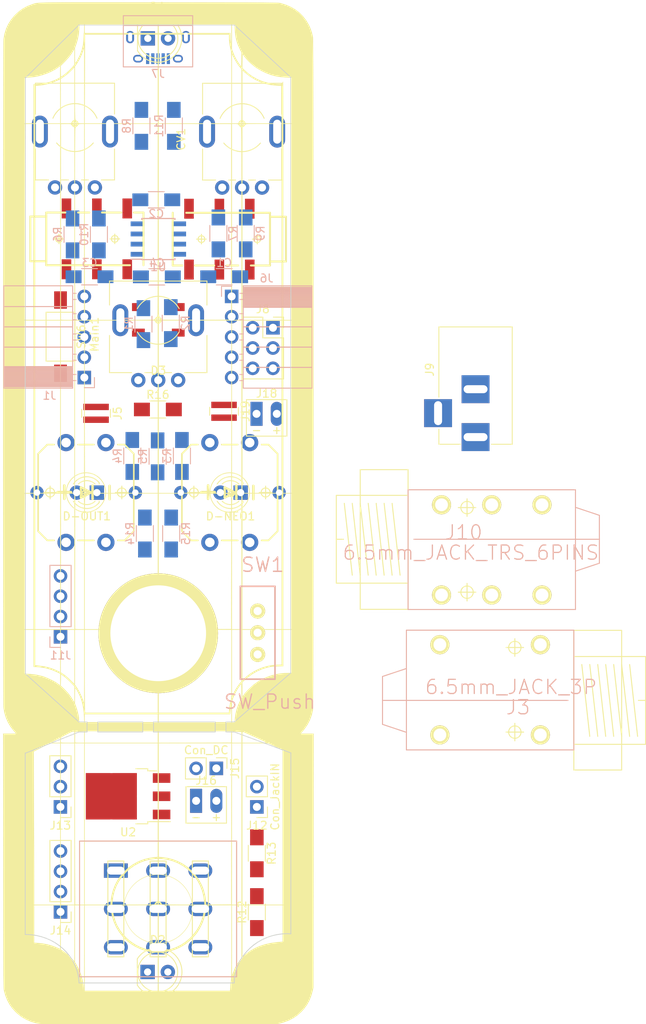
<source format=kicad_pcb>
(kicad_pcb (version 4) (host pcbnew 4.0.7-e0-6372~58~ubuntu16.04.1)
  (layers (0 F.Cu signal) (31 B.Cu signal) (34 B.Paste user) (35 F.Paste user) (36 B.SilkS user) (37 F.SilkS user) (38 B.Mask user) (39 F.Mask user) (44 Edge.Cuts user))
  (net 0 "")
  (net 1 VCC)
  (net 2 GND)
  (net 3 CV_OUT)
  (net 4 CV_IN)
  (net 5 Sound_OUT)
  (net 6 Sync_OUT)
  (net 7 "Net-(J5-Pad1)")
  (net 8 "Net-(D1-Pad1)")
  (net 9 "Net-(SW5-Pad3)")
  (net 10 "Net-(D-NEO1-Pad2)")
  (net 11 "Net-(D-OUT1-Pad2)")
  (net 12 "Net-(D2-Pad1)")
  (net 13 "Net-(R12-Pad1)")
  (net 14 "Net-(R13-Pad1)")
  (net 15 PB3)
  (net 16 Sound_IN)
  (net 17 PB0)
  (net 18 AudioProg)
  (net 19 But-L)
  (net 20 But-R)
  (net 21 PB4/A2)
  (net 22 PB2/A1)
  (net 23 PB1)
  (net 24 +BATT)
  (net 25 Jack_IN)
  (net 26 Stomp_to_PCB)
  (net 27 Stomp_from_PCB)
  (net 28 DC_in)
  (net 29 Jack_OUT)
  (net 30 Jack_Ring)
  (net 31 +3V3)
  (net 32 "Net-(CV1-Pad2)")
  (net 33 "Net-(Main1-Pad2)")
  (net 34 "Net-(Main1-Pad1)")
  (net 35 "Net-(D3-Pad4)")
  (module 8BitMixtape_Stomp:Socket_Strip_Straight_1x02_Pitch2.54mm (layer F.Cu) (at 84.582 136.652 180)
    (fp_text reference J12 (at 0 -2.33 180) (layer F.SilkS))
    (fp_text value Con_JackIN (at -2.286 1.27 270) (layer F.SilkS))
    (pad 1 thru_hole rect (at 0 0 180) (size 1.7 1.7) (drill 1) (layers *.Cu *.Mask) (net 2 GND))
    (pad 2 thru_hole oval (at 0 2.54 180) (size 1.7 1.7) (drill 1) (layers *.Cu *.Mask) (net 25 Jack_IN))
  )
  (module 8BitMixtape_Stomp:9V_BARREL_JACK (layer F.Cu) (at 112.014 90.328 270)
    (fp_text reference J9 (at -8.45 5.75 450) (layer F.SilkS))
    (fp_text value BARREL_JACK)
    (pad 1 thru_hole rect (at 0 0 270) (size 3.5 3.5) (drill oval 1 3) (layers *.Cu *.Mask) (net 28 DC_in))
    (pad 2 thru_hole rect (at -6 0 270) (size 3.5 3.5) (drill oval 1 3) (layers *.Cu *.Mask) (net 2 GND))
    (pad 3 thru_hole rect (at -3 4.7 270) (size 3.5 3.5) (drill oval 3 1) (layers *.Cu *.Mask) (net 24 +BATT))
  )
  (module 8BitMixtape_Stomp:AUDIO-6.5mm-JACK_Mono_switched (layer F.Cu) (at 124.34062 123.28144 180)
    (fp_text reference J3 (at 6.985 -0.889 180) (layer B.SilkS) (effects (font (size 1.778 1.778) (thickness 0.1524))))
    (fp_text value 6.5mm_JACK_3P (at 7.874 1.651 180) (layer B.SilkS) (effects (font (size 1.778 1.778) (thickness 0.1524))))
    (pad 4 thru_hole circle (at 4.19862 6.94944 180) (size 2.39776 2.39776) (drill 1.59766) (layers *.Cu F.Paste F.SilkS F.Mask))
    (pad 3 thru_hole circle (at 4.19862 -4.34848 180) (size 2.39776 2.39776) (drill 1.59766) (layers *.Cu F.Paste F.SilkS F.Mask) (net 2 GND))
    (pad 2 thru_hole circle (at 16.79956 6.94944 180) (size 2.39776 2.39776) (drill 1.59766) (layers *.Cu F.Paste F.SilkS F.Mask))
    (pad 1 thru_hole circle (at 16.79956 -4.34848 180) (size 2.39776 2.39776) (drill 1.59766) (layers *.Cu F.Paste F.SilkS F.Mask) (net 25 Jack_IN))
  )
  (module 8BitMixtape_Stomp:AUDIO-6.5mm-JACK_Stereo_switched (layer F.Cu) (at 103.54818 103.15448)
    (fp_text reference J10 (at 6.985 -0.889) (layer B.SilkS) (effects (font (size 1.778 1.778) (thickness 0.1524))))
    (fp_text value 6.5mm_JACK_TRS_6PINS (at 7.874 1.651) (layer B.SilkS) (effects (font (size 1.778 1.778) (thickness 0.1524))))
    (pad 6 thru_hole circle (at 10.49782 6.94944) (size 2.39776 2.39776) (drill 1.59766) (layers *.Cu F.Paste F.SilkS F.Mask))
    (pad 3 thru_hole circle (at 10.49782 -4.34848) (size 2.39776 2.39776) (drill 1.59766) (layers *.Cu F.Paste F.SilkS F.Mask) (net 30 Jack_Ring))
    (pad 4 thru_hole circle (at 4.19862 6.94944) (size 2.39776 2.39776) (drill 1.59766) (layers *.Cu F.Paste F.SilkS F.Mask))
    (pad 1 thru_hole circle (at 4.19862 -4.34848) (size 2.39776 2.39776) (drill 1.59766) (layers *.Cu F.Paste F.SilkS F.Mask) (net 2 GND))
    (pad 5 thru_hole circle (at 16.79956 6.94944) (size 2.39776 2.39776) (drill 1.59766) (layers *.Cu F.Paste F.SilkS F.Mask))
    (pad 2 thru_hole circle (at 16.79956 -4.34848) (size 2.39776 2.39776) (drill 1.59766) (layers *.Cu F.Paste F.SilkS F.Mask) (net 29 Jack_OUT))
  )
  (module 8BitMixtape_Stomp:Socket_Strip_Straight_1x02_Pitch2.54mm (layer F.Cu) (at 79.502 131.826 270)
    (fp_text reference J15 (at 0 -2.33 270) (layer F.SilkS))
    (fp_text value Con_DC (at -2.286 1.27 360) (layer F.SilkS))
    (pad 1 thru_hole rect (at 0 0 270) (size 1.7 1.7) (drill 1) (layers *.Cu *.Mask) (net 2 GND))
    (pad 2 thru_hole oval (at 0 2.54 270) (size 1.7 1.7) (drill 1) (layers *.Cu *.Mask) (net 28 DC_in))
  )
  (module 8BitMixtape_Stomp:Socket_Strip_Straight_2x03_Pitch2.54mm (layer F.Cu) (at 86.6013 76.6318)
    (fp_text reference J8 (at -1.27 -2.33) (layer F.SilkS))
    (fp_text value CONN_02X03)
    (pad 1 thru_hole rect (at 0 0) (size 1.7 1.7) (drill 1) (layers *.Cu *.Mask))
    (pad 2 thru_hole oval (at -2.54 0) (size 1.7 1.7) (drill 1) (layers *.Cu *.Mask))
    (pad 3 thru_hole oval (at 0 2.54) (size 1.7 1.7) (drill 1) (layers *.Cu *.Mask))
    (pad 4 thru_hole oval (at -2.54 2.54) (size 1.7 1.7) (drill 1) (layers *.Cu *.Mask))
    (pad 5 thru_hole oval (at 0 5.08) (size 1.7 1.7) (drill 1) (layers *.Cu *.Mask))
    (pad 6 thru_hole oval (at -2.54 5.08) (size 1.7 1.7) (drill 1) (layers *.Cu *.Mask))
  )
  (module 8BitMixtape_Stomp:StompLoch (layer F.Cu) (at 72.2122 114.8969)
    (fp_text reference J17 (at 0 2.54) (layer F.SilkS))
    (fp_text value StompDrillHole)
    (pad 1 thru_hole circle (at 0 0) (size 15 15) (drill 12) (layers *.Cu *.Mask F.SilkS))
  )
  (module 8BitMixtape_Stomp:Socket_Strip_Straight_1x04_Pitch2.54mm (layer F.Cu) (at 59.9567 149.7965 180)
    (fp_text reference J14 (at 0 -2.33 180) (layer F.SilkS))
    (fp_text value CONN_01X04)
    (pad 1 thru_hole rect (at 0 0 180) (size 1.7 1.7) (drill 1) (layers *.Cu *.Mask) (net 2 GND))
    (pad 2 thru_hole oval (at 0 2.54 180) (size 1.7 1.7) (drill 1) (layers *.Cu *.Mask))
    (pad 3 thru_hole oval (at 0 5.08 180) (size 1.7 1.7) (drill 1) (layers *.Cu *.Mask) (net 26 Stomp_to_PCB))
    (pad 4 thru_hole oval (at 0 7.62 180) (size 1.7 1.7) (drill 1) (layers *.Cu *.Mask) (net 27 Stomp_from_PCB))
  )
  (module Socket_Strips:Socket_Strip_Straight_1x04_Pitch2.54mm (layer B.Cu) (at 59.9567 115.3414)
    (fp_text reference J11 (at 0 2.33) (layer B.SilkS) (effects (justify mirror)))
    (fp_text value CONN_01X04)
    (pad 1 thru_hole rect (at 0 0) (size 1.7 1.7) (drill 1) (layers *.Cu *.Mask) (net 2 GND))
    (pad 2 thru_hole oval (at 0 -2.54) (size 1.7 1.7) (drill 1) (layers *.Cu *.Mask) (net 1 VCC))
    (pad 3 thru_hole oval (at 0 -5.08) (size 1.7 1.7) (drill 1) (layers *.Cu *.Mask) (net 16 Sound_IN))
    (pad 4 thru_hole oval (at 0 -7.62) (size 1.7 1.7) (drill 1) (layers *.Cu *.Mask) (net 5 Sound_OUT))
  )
  (module 8BitMixtapes_all:TACTILE-PTH-LED-12MM (layer F.Cu) (at 63.14948 97.26676 90)
    (fp_text reference SW3)
    (fp_text value SW_Push)
    (fp_text user + (at 0.04318 -2.87782 90) (layer F.SilkS) (effects (font (size 2.18186 2.18186) (thickness 0.3302))))
    (fp_text user - (at -0.00762 2.79908 90) (layer F.SilkS) (effects (font (size 2.18186 2.18186) (thickness 0.3302))))
    (fp_text user - (at 0.04318 0.66548 90) (layer F.SilkS) (effects (font (size 2.18186 2.18186) (thickness 0.3302))))
    (pad 1 thru_hole circle (at -6.2484 -2.49936 90) (size 2.159 2.159) (drill 1.19888) (layers *.Cu *.Mask) (net 20 But-R))
    (pad 1 thru_hole circle (at 6.2484 -2.49936 90) (size 2.159 2.159) (drill 1.19888) (layers *.Cu *.Mask) (net 20 But-R))
    (pad 2 thru_hole circle (at -6.2484 2.49936 90) (size 2.159 2.159) (drill 1.19888) (layers *.Cu *.Mask) (net 2 GND))
    (pad 2 thru_hole circle (at 6.2484 2.49936 90) (size 2.159 2.159) (drill 1.19888) (layers *.Cu *.Mask) (net 2 GND))
    (pad A thru_hole circle (at -0.01524 -6.13918 90) (size 1.6764 1.6764) (drill 0.79756) (layers *.Cu *.Mask))
    (pad C thru_hole circle (at -0.01524 6.19252 90) (size 1.6764 1.6764) (drill 0.79756) (layers *.Cu *.Mask))
  )
  (module 8BitMixtapes_all:TACTILE-PTH-LED-12MM (layer F.Cu) (at 81.18348 97.26676 90)
    (fp_text reference SW2)
    (fp_text value SW_Push)
    (fp_text user + (at 0.04318 -2.87782 90) (layer F.SilkS) (effects (font (size 2.18186 2.18186) (thickness 0.3302))))
    (fp_text user - (at -0.00762 2.79908 90) (layer F.SilkS) (effects (font (size 2.18186 2.18186) (thickness 0.3302))))
    (fp_text user - (at 0.04318 0.66548 90) (layer F.SilkS) (effects (font (size 2.18186 2.18186) (thickness 0.3302))))
    (pad 1 thru_hole circle (at -6.2484 -2.49936 90) (size 2.159 2.159) (drill 1.19888) (layers *.Cu *.Mask) (net 19 But-L))
    (pad 1 thru_hole circle (at 6.2484 -2.49936 90) (size 2.159 2.159) (drill 1.19888) (layers *.Cu *.Mask) (net 19 But-L))
    (pad 2 thru_hole circle (at -6.2484 2.49936 90) (size 2.159 2.159) (drill 1.19888) (layers *.Cu *.Mask) (net 2 GND))
    (pad 2 thru_hole circle (at 6.2484 2.49936 90) (size 2.159 2.159) (drill 1.19888) (layers *.Cu *.Mask) (net 2 GND))
    (pad A thru_hole circle (at -0.01524 -6.13918 90) (size 1.6764 1.6764) (drill 0.79756) (layers *.Cu *.Mask))
    (pad C thru_hole circle (at -0.01524 6.19252 90) (size 1.6764 1.6764) (drill 0.79756) (layers *.Cu *.Mask))
  )
  (module Resistors_SMD:R_0612 (layer F.Cu) (at 64.4144 87.3507 270)
    (fp_text reference J5 (at 0 -2.7 270) (layer F.SilkS))
    (fp_text value CONN_01X02_MALE)
    (pad 1 smd rect (at -0.8 0 270) (size 0.8 3.2) (layers F.Cu F.Paste F.Mask) (net 7 "Net-(J5-Pad1)"))
    (pad 2 smd rect (at 0.8 0 270) (size 0.8 3.2) (layers F.Cu F.Paste F.Mask) (net 6 Sync_OUT))
  )
  (module LEDs:LED_D3.0mm (layer F.Cu) (at 64.516 97.282 180)
    (fp_text reference D-OUT1 (at 1.27 -2.96 180) (layer F.SilkS))
    (fp_text value LED)
    (pad 1 thru_hole rect (at 0 0 180) (size 1.8 1.8) (drill 0.9) (layers *.Cu *.Mask) (net 2 GND))
    (pad 2 thru_hole circle (at 2.54 0 180) (size 1.8 1.8) (drill 0.9) (layers *.Cu *.Mask) (net 11 "Net-(D-OUT1-Pad2)"))
  )
  (module LEDs:LED_D3.0mm (layer F.Cu) (at 82.55 97.282 180)
    (fp_text reference D-NEO1 (at 1.27 -2.96 180) (layer F.SilkS))
    (fp_text value LED)
    (pad 1 thru_hole rect (at 0 0 180) (size 1.8 1.8) (drill 0.9) (layers *.Cu *.Mask) (net 2 GND))
    (pad 2 thru_hole circle (at 2.54 0 180) (size 1.8 1.8) (drill 0.9) (layers *.Cu *.Mask) (net 10 "Net-(D-NEO1-Pad2)"))
  )
  (module Buttons_Switches_SMD:SW_SPST_FSMSM (layer F.Cu) (at 59.9567 77.7494 270)
    (fp_text reference SW6 (at 0 -2.6 270) (layer F.SilkS))
    (fp_text value SW_Push)
    (pad 1 smd rect (at -4.59 0 270) (size 2.18 1.6) (layers F.Cu F.Paste F.Mask) (net 7 "Net-(J5-Pad1)"))
    (pad 2 smd rect (at 4.59 0 270) (size 2.18 1.6) (layers F.Cu F.Paste F.Mask) (net 2 GND))
  )
  (module Resistors_SMD:R_1206_HandSoldering (layer B.Cu) (at 74.168 51.34 270)
    (fp_text reference R11 (at 0 1.85 270) (layer B.SilkS) (effects (justify mirror)))
    (fp_text value 1K)
    (pad 1 smd rect (at -2 0 270) (size 2 1.7) (layers B.Cu B.Paste B.Mask) (net 8 "Net-(D1-Pad1)"))
    (pad 2 smd rect (at 2 0 270) (size 2 1.7) (layers B.Cu B.Paste B.Mask) (net 2 GND))
  )
  (module LEDs:LED_D5.0mm (layer F.Cu) (at 70.9041 40.386)
    (fp_text reference D1 (at 1.27 -3.96) (layer F.SilkS))
    (fp_text value LED)
    (pad 1 thru_hole rect (at 0 0) (size 1.8 1.8) (drill 0.9) (layers *.Cu *.Mask) (net 8 "Net-(D1-Pad1)"))
    (pad 2 thru_hole circle (at 2.54 0) (size 1.8 1.8) (drill 0.9) (layers *.Cu *.Mask) (net 1 VCC))
  )
  (module TO_SOT_Packages_SMD:TO-252-3_TabPin2 (layer F.Cu) (at 68.4335 135.3175 180)
    (fp_text reference U2 (at 0 -4.5 180) (layer F.SilkS))
    (fp_text value 7805)
    (pad 1 smd rect (at -4.2 -2.28 180) (size 2.2 1.2) (layers F.Cu F.Paste F.Mask))
    (pad 2 smd rect (at -4.2 0 180) (size 2.2 1.2) (layers F.Cu F.Paste F.Mask))
    (pad 3 smd rect (at -4.2 2.28 180) (size 2.2 1.2) (layers F.Cu F.Paste F.Mask))
    (pad 2 smd rect (at 2.1 0 180) (size 6.4 5.8) (layers F.Cu F.Mask))
    (pad 2 smd rect (at 3.775 1.525 180) (size 3.05 2.75) (layers F.Cu F.Paste))
    (pad 2 smd rect (at 0.425 -1.525 180) (size 3.05 2.75) (layers F.Cu F.Paste))
    (pad 2 smd rect (at 3.775 -1.525 180) (size 3.05 2.75) (layers F.Cu F.Paste))
    (pad 2 smd rect (at 0.425 1.525 180) (size 3.05 2.75) (layers F.Cu F.Paste))
  )
  (module Connectors:USB_Micro-B (layer B.Cu) (at 72.185 41.576)
    (fp_text reference J7 (at 0 3.24) (layer B.SilkS) (effects (justify mirror)))
    (fp_text value USB_OTG)
    (pad 1 smd rect (at -1.3 1.35 270) (size 1.35 0.4) (layers B.Cu B.Paste B.Mask) (net 1 VCC))
    (pad 2 smd rect (at -0.65 1.35 270) (size 1.35 0.4) (layers B.Cu B.Paste B.Mask))
    (pad 3 smd rect (at 0 1.35 270) (size 1.35 0.4) (layers B.Cu B.Paste B.Mask))
    (pad 4 smd rect (at 0.65 1.35 270) (size 1.35 0.4) (layers B.Cu B.Paste B.Mask))
    (pad 5 smd rect (at 1.3 1.35 270) (size 1.35 0.4) (layers B.Cu B.Paste B.Mask) (net 2 GND))
    (pad 6 thru_hole oval (at -2.5 1.35 270) (size 0.95 1.25) (drill oval 0.55 0.85) (layers *.Cu *.Mask) (net 2 GND))
    (pad 6 thru_hole oval (at 2.5 1.35 270) (size 0.95 1.25) (drill oval 0.55 0.85) (layers *.Cu *.Mask) (net 2 GND))
    (pad 6 thru_hole oval (at -3.5 -1.35 270) (size 1.55 1) (drill oval 1.15 0.5) (layers *.Cu *.Mask) (net 2 GND))
    (pad 6 thru_hole oval (at 3.5 -1.35 270) (size 1.55 1) (drill oval 1.15 0.5) (layers *.Cu *.Mask) (net 2 GND))
  )
  (module Resistors_SMD:R_1206_HandSoldering (layer B.Cu) (at 73.8378 102.4067 90)
    (fp_text reference R15 (at 0 1.85 90) (layer B.SilkS) (effects (justify mirror)))
    (fp_text value 1K)
    (pad 1 smd rect (at -2 0 90) (size 2 1.7) (layers B.Cu B.Paste B.Mask) (net 10 "Net-(D-NEO1-Pad2)"))
    (pad 2 smd rect (at 2 0 90) (size 2 1.7) (layers B.Cu B.Paste B.Mask) (net 17 PB0))
  )
  (module Resistors_SMD:R_1206_HandSoldering (layer B.Cu) (at 70.5358 102.4067 270)
    (fp_text reference R14 (at 0 1.85 270) (layer B.SilkS) (effects (justify mirror)))
    (fp_text value 1K)
    (pad 1 smd rect (at -2 0 270) (size 2 1.7) (layers B.Cu B.Paste B.Mask) (net 23 PB1))
    (pad 2 smd rect (at 2 0 270) (size 2 1.7) (layers B.Cu B.Paste B.Mask) (net 11 "Net-(D-OUT1-Pad2)"))
  )
  (module Resistors_SMD:R_1206_HandSoldering (layer F.Cu) (at 84.582 142.462 270)
    (fp_text reference R13 (at 0 -1.85 270) (layer F.SilkS))
    (fp_text value 330)
    (pad 1 smd rect (at -2 0 270) (size 2 1.7) (layers F.Cu F.Paste F.Mask) (net 14 "Net-(R13-Pad1)"))
    (pad 2 smd rect (at 2 0 270) (size 2 1.7) (layers F.Cu F.Paste F.Mask) (net 2 GND))
  )
  (module Resistors_SMD:R_1206_HandSoldering (layer F.Cu) (at 84.582 149.828 90)
    (fp_text reference R12 (at 0 -1.85 90) (layer F.SilkS))
    (fp_text value 4.7K)
    (pad 1 smd rect (at -2 0 90) (size 2 1.7) (layers F.Cu F.Paste F.Mask) (net 13 "Net-(R12-Pad1)"))
    (pad 2 smd rect (at 2 0 90) (size 2 1.7) (layers F.Cu F.Paste F.Mask) (net 2 GND))
  )
  (module Socket_Strips:Socket_Strip_Angled_1x05_Pitch2.54mm (layer B.Cu) (at 81.4197 72.7075 180)
    (fp_text reference J6 (at -4.38 2.27 180) (layer B.SilkS) (effects (justify mirror)))
    (fp_text value CONN_01X05)
    (pad 1 thru_hole rect (at 0 0 180) (size 1.7 1.7) (drill 1) (layers *.Cu *.Mask))
    (pad 2 thru_hole oval (at 0 -2.54 180) (size 1.7 1.7) (drill 1) (layers *.Cu *.Mask))
    (pad 3 thru_hole oval (at 0 -5.08 180) (size 1.7 1.7) (drill 1) (layers *.Cu *.Mask))
    (pad 4 thru_hole oval (at 0 -7.62 180) (size 1.7 1.7) (drill 1) (layers *.Cu *.Mask))
    (pad 5 thru_hole oval (at 0 -10.16 180) (size 1.7 1.7) (drill 1) (layers *.Cu *.Mask))
  )
  (module Socket_Strips:Socket_Strip_Angled_1x05_Pitch2.54mm (layer B.Cu) (at 62.9412 82.8675)
    (fp_text reference J1 (at -4.38 2.27) (layer B.SilkS) (effects (justify mirror)))
    (fp_text value CONN_01X05)
    (pad 1 thru_hole rect (at 0 0) (size 1.7 1.7) (drill 1) (layers *.Cu *.Mask) (net 2 GND))
    (pad 2 thru_hole oval (at 0 -2.54) (size 1.7 1.7) (drill 1) (layers *.Cu *.Mask) (net 1 VCC))
    (pad 3 thru_hole oval (at 0 -5.08) (size 1.7 1.7) (drill 1) (layers *.Cu *.Mask) (net 4 CV_IN))
    (pad 4 thru_hole oval (at 0 -7.62) (size 1.7 1.7) (drill 1) (layers *.Cu *.Mask))
    (pad 5 thru_hole oval (at 0 -10.16) (size 1.7 1.7) (drill 1) (layers *.Cu *.Mask))
  )
  (module LEDs:LED_D5.0mm_FlatTop (layer F.Cu) (at 70.8787 157.3276)
    (fp_text reference D2 (at 1.27 -4.01) (layer F.SilkS))
    (fp_text value LED)
    (pad 1 thru_hole rect (at 0 0) (size 1.8 1.8) (drill 0.9) (layers *.Cu *.Mask) (net 12 "Net-(D2-Pad1)"))
    (pad 2 thru_hole circle (at 2.54 0) (size 1.8 1.8) (drill 0.9) (layers *.Cu *.Mask) (net 1 VCC))
  )
  (module 8BitMixtapes_all:AUDIO-JACK-TRS-SMD (layer F.Cu) (at 58.166 65.4987)
    (fp_text reference J4)
    (fp_text value JACK_TRS_6PINS)
    (pad 1 smd rect (at 2.54 -3.81) (size 1.19888 2.49936) (layers F.Cu F.Paste F.Mask) (net 2 GND))
    (pad 3 smd rect (at 6.35 -3.81) (size 1.19888 2.49936) (layers F.Cu F.Paste F.Mask) (net 6 Sync_OUT))
    (pad 2 smd rect (at 10.16 -3.81) (size 1.19888 2.49936) (layers F.Cu F.Paste F.Mask) (net 5 Sound_OUT))
    (pad R smd rect (at 6.35 3.81) (size 1.19888 2.49936) (layers F.Cu F.Paste F.Mask))
    (pad S smd rect (at 2.54 3.81) (size 1.19888 2.49936) (layers F.Cu F.Paste F.Mask))
    (pad T smd rect (at 10.16 3.81) (size 1.19888 2.49936) (layers F.Cu F.Paste F.Mask))
  )
  (module 8BitMixtapes_all:AUDIO-JACK-TRS-SMD (layer F.Cu) (at 86.233 65.532 180)
    (fp_text reference J2)
    (fp_text value JACK_TRS_6PINS)
    (pad 1 smd rect (at 2.54 -3.81 180) (size 1.19888 2.49936) (layers F.Cu F.Paste F.Mask) (net 2 GND))
    (pad 3 smd rect (at 6.35 -3.81 180) (size 1.19888 2.49936) (layers F.Cu F.Paste F.Mask) (net 18 AudioProg))
    (pad 2 smd rect (at 10.16 -3.81 180) (size 1.19888 2.49936) (layers F.Cu F.Paste F.Mask) (net 4 CV_IN))
    (pad R smd rect (at 6.35 3.81 180) (size 1.19888 2.49936) (layers F.Cu F.Paste F.Mask))
    (pad S smd rect (at 2.54 3.81 180) (size 1.19888 2.49936) (layers F.Cu F.Paste F.Mask))
    (pad T smd rect (at 10.16 3.81 180) (size 1.19888 2.49936) (layers F.Cu F.Paste F.Mask))
  )
  (module Housings_SOIC:SOIC-8_3.9x4.9mm_Pitch1.27mm (layer B.Cu) (at 72.23 65.5207)
    (fp_text reference U1 (at 0 3.5) (layer B.SilkS) (effects (justify mirror)))
    (fp_text value ATTINY85-20SU)
    (pad 1 smd rect (at -2.7 1.905) (size 1.55 0.6) (layers B.Cu B.Paste B.Mask) (net 7 "Net-(J5-Pad1)"))
    (pad 2 smd rect (at -2.7 0.635) (size 1.55 0.6) (layers B.Cu B.Paste B.Mask) (net 15 PB3))
    (pad 3 smd rect (at -2.7 -0.635) (size 1.55 0.6) (layers B.Cu B.Paste B.Mask) (net 21 PB4/A2))
    (pad 4 smd rect (at -2.7 -1.905) (size 1.55 0.6) (layers B.Cu B.Paste B.Mask) (net 2 GND))
    (pad 5 smd rect (at 2.7 -1.905) (size 1.55 0.6) (layers B.Cu B.Paste B.Mask) (net 17 PB0))
    (pad 6 smd rect (at 2.7 -0.635) (size 1.55 0.6) (layers B.Cu B.Paste B.Mask) (net 23 PB1))
    (pad 7 smd rect (at 2.7 0.635) (size 1.55 0.6) (layers B.Cu B.Paste B.Mask) (net 22 PB2/A1))
    (pad 8 smd rect (at 2.7 1.905) (size 1.55 0.6) (layers B.Cu B.Paste B.Mask) (net 1 VCC))
  )
  (module Resistors_SMD:R_1206_HandSoldering (layer B.Cu) (at 64.77 64.9417 270)
    (fp_text reference R10 (at 0 1.85 270) (layer B.SilkS) (effects (justify mirror)))
    (fp_text value 4.7K)
    (pad 1 smd rect (at -2 0 270) (size 2 1.7) (layers B.Cu B.Paste B.Mask) (net 1 VCC))
    (pad 2 smd rect (at 2 0 270) (size 2 1.7) (layers B.Cu B.Paste B.Mask) (net 34 "Net-(Main1-Pad1)"))
  )
  (module Resistors_SMD:R_1206_HandSoldering (layer B.Cu) (at 83.185 64.8147 90)
    (fp_text reference R9 (at 0 1.85 90) (layer B.SilkS) (effects (justify mirror)))
    (fp_text value 4.7K)
    (pad 1 smd rect (at -2 0 90) (size 2 1.7) (layers B.Cu B.Paste B.Mask) (net 1 VCC))
    (pad 2 smd rect (at 2 0 90) (size 2 1.7) (layers B.Cu B.Paste B.Mask) (net 16 Sound_IN))
  )
  (module Resistors_SMD:R_1206_HandSoldering (layer B.Cu) (at 70.104 51.34 270)
    (fp_text reference R8 (at 0 1.85 270) (layer B.SilkS) (effects (justify mirror)))
    (fp_text value 330)
    (pad 1 smd rect (at -2 0 270) (size 2 1.7) (layers B.Cu B.Paste B.Mask) (net 3 CV_OUT))
    (pad 2 smd rect (at 2 0 270) (size 2 1.7) (layers B.Cu B.Paste B.Mask) (net 23 PB1))
  )
  (module Resistors_SMD:R_1206_HandSoldering (layer B.Cu) (at 79.756 64.8147 90)
    (fp_text reference R7 (at 0 1.85 90) (layer B.SilkS) (effects (justify mirror)))
    (fp_text value 22K)
    (pad 1 smd rect (at -2 0 90) (size 2 1.7) (layers B.Cu B.Paste B.Mask) (net 22 PB2/A1))
    (pad 2 smd rect (at 2 0 90) (size 2 1.7) (layers B.Cu B.Paste B.Mask) (net 32 "Net-(CV1-Pad2)"))
  )
  (module Resistors_SMD:R_1206_HandSoldering (layer B.Cu) (at 61.468 64.9417 270)
    (fp_text reference R6 (at 0 1.85 270) (layer B.SilkS) (effects (justify mirror)))
    (fp_text value 22K)
    (pad 1 smd rect (at -2 0 270) (size 2 1.7) (layers B.Cu B.Paste B.Mask) (net 21 PB4/A2))
    (pad 2 smd rect (at 2 0 270) (size 2 1.7) (layers B.Cu B.Paste B.Mask) (net 33 "Net-(Main1-Pad2)"))
  )
  (module Resistors_SMD:R_1206_HandSoldering (layer B.Cu) (at 72.136 92.742 270)
    (fp_text reference R5 (at 0 1.85 270) (layer B.SilkS) (effects (justify mirror)))
    (fp_text value 22k)
    (pad 1 smd rect (at -2 0 270) (size 2 1.7) (layers B.Cu B.Paste B.Mask) (net 15 PB3))
    (pad 2 smd rect (at 2 0 270) (size 2 1.7) (layers B.Cu B.Paste B.Mask) (net 20 But-R))
  )
  (module Resistors_SMD:R_1206_HandSoldering (layer B.Cu) (at 68.961 92.6907 270)
    (fp_text reference R4 (at 0 1.85 270) (layer B.SilkS) (effects (justify mirror)))
    (fp_text value 22k)
    (pad 1 smd rect (at -2 0 270) (size 2 1.7) (layers B.Cu B.Paste B.Mask) (net 15 PB3))
    (pad 2 smd rect (at 2 0 270) (size 2 1.7) (layers B.Cu B.Paste B.Mask) (net 20 But-R))
  )
  (module Resistors_SMD:R_1206_HandSoldering (layer B.Cu) (at 75.184 92.6907 270)
    (fp_text reference R3 (at 0 1.85 270) (layer B.SilkS) (effects (justify mirror)))
    (fp_text value 22k)
    (pad 1 smd rect (at -2 0 270) (size 2 1.7) (layers B.Cu B.Paste B.Mask) (net 15 PB3))
    (pad 2 smd rect (at 2 0 270) (size 2 1.7) (layers B.Cu B.Paste B.Mask) (net 19 But-L))
  )
  (module Resistors_SMD:R_1206_HandSoldering (layer B.Cu) (at 73.787 76.0537 90)
    (fp_text reference R2 (at 0 1.85 90) (layer B.SilkS) (effects (justify mirror)))
    (fp_text value 22k)
    (pad 1 smd rect (at -2 0 90) (size 2 1.7) (layers B.Cu B.Paste B.Mask) (net 15 PB3))
    (pad 2 smd rect (at 2 0 90) (size 2 1.7) (layers B.Cu B.Paste B.Mask) (net 2 GND))
  )
  (module Resistors_SMD:R_1206_HandSoldering (layer B.Cu) (at 70.358 76.1807 270)
    (fp_text reference R1 (at 0 1.85 270) (layer B.SilkS) (effects (justify mirror)))
    (fp_text value 22k)
    (pad 1 smd rect (at -2 0 270) (size 2 1.7) (layers B.Cu B.Paste B.Mask) (net 1 VCC))
    (pad 2 smd rect (at 2 0 270) (size 2 1.7) (layers B.Cu B.Paste B.Mask) (net 15 PB3))
  )
  (module Capacitors_SMD:C_1206_HandSoldering (layer B.Cu) (at 72.039 70.2557 180)
    (fp_text reference C4 (at 0 1.75 180) (layer B.SilkS) (effects (justify mirror)))
    (fp_text value 10uF)
    (pad 1 smd rect (at -2 0 180) (size 2 1.6) (layers B.Cu B.Paste B.Mask) (net 1 VCC))
    (pad 2 smd rect (at 2 0 180) (size 2 1.6) (layers B.Cu B.Paste B.Mask) (net 2 GND))
  )
  (module Capacitors_SMD:C_1206_HandSoldering (layer B.Cu) (at 63.595 70.2437 180)
    (fp_text reference C3 (at 0 1.75 180) (layer B.SilkS) (effects (justify mirror)))
    (fp_text value 100nF)
    (pad 1 smd rect (at -2 0 180) (size 2 1.6) (layers B.Cu B.Paste B.Mask) (net 3 CV_OUT))
    (pad 2 smd rect (at 2 0 180) (size 2 1.6) (layers B.Cu B.Paste B.Mask) (net 2 GND))
  )
  (module Capacitors_SMD:C_1206_HandSoldering (layer B.Cu) (at 71.969 60.6057)
    (fp_text reference C2 (at 0 1.75) (layer B.SilkS) (effects (justify mirror)))
    (fp_text value 100nF)
    (pad 1 smd rect (at -2 0) (size 2 1.6) (layers B.Cu B.Paste B.Mask) (net 1 VCC))
    (pad 2 smd rect (at 2 0) (size 2 1.6) (layers B.Cu B.Paste B.Mask) (net 2 GND))
  )
  (module Capacitors_SMD:C_1206_HandSoldering (layer B.Cu) (at 80.486 70.2437 180)
    (fp_text reference C1 (at 0 1.75 180) (layer B.SilkS) (effects (justify mirror)))
    (fp_text value 100nF)
    (pad 1 smd rect (at -2 0 180) (size 2 1.6) (layers B.Cu B.Paste B.Mask) (net 18 AudioProg))
    (pad 2 smd rect (at 2 0 180) (size 2 1.6) (layers B.Cu B.Paste B.Mask) (net 15 PB3))
  )
  (module 8BitMixtapes_all:STOMP-SWITCH-3PDT (layer F.Cu) (at 72.19696 149.4282)
    (fp_text reference SW5)
    (fp_text value SW_3PDT)
    (pad 1 thru_hole rect (at -5.29844 -4.79806 90) (size 1.8 3) (drill oval 1 2.2) (layers *.Cu *.Mask) (net 26 Stomp_to_PCB))
    (pad 2 thru_hole oval (at -5.29844 0 90) (size 1.8 3) (drill oval 1 2.2) (layers *.Cu *.Mask) (net 25 Jack_IN))
    (pad 3 thru_hole oval (at -5.29844 4.79806 90) (size 1.8 3) (drill oval 1 2.2) (layers *.Cu *.Mask) (net 9 "Net-(SW5-Pad3)"))
    (pad 4 thru_hole oval (at 0 -4.79806 90) (size 1.8 3) (drill oval 1 2.2) (layers *.Cu *.Mask) (net 14 "Net-(R13-Pad1)"))
    (pad 5 thru_hole oval (at 0 0 90) (size 1.8 3) (drill oval 1 2.2) (layers *.Cu *.Mask) (net 12 "Net-(D2-Pad1)"))
    (pad 6 thru_hole oval (at 0 4.79806 90) (size 1.8 3) (drill oval 1 2.2) (layers *.Cu *.Mask) (net 13 "Net-(R12-Pad1)"))
    (pad 7 thru_hole oval (at 5.29844 -4.79806 90) (size 1.8 3) (drill oval 1 2.2) (layers *.Cu *.Mask) (net 27 Stomp_from_PCB))
    (pad 8 thru_hole oval (at 5.29844 0 90) (size 1.8 3) (drill oval 1 2.2) (layers *.Cu *.Mask) (net 29 Jack_OUT))
    (pad 9 thru_hole oval (at 5.29844 4.79806 90) (size 1.8 3) (drill oval 1 2.2) (layers *.Cu *.Mask) (net 9 "Net-(SW5-Pad3)"))
  )
  (module Socket_Strips:Socket_Strip_Straight_1x03_Pitch2.54mm (layer F.Cu) (at 59.944 136.652 180)
    (fp_text reference J13 (at 0 -2.33 180) (layer F.SilkS))
    (fp_text value Con_JackOUT)
    (pad 1 thru_hole rect (at 0 0 180) (size 1.7 1.7) (drill 1) (layers *.Cu *.Mask) (net 2 GND))
    (pad 2 thru_hole oval (at 0 2.54 180) (size 1.7 1.7) (drill 1) (layers *.Cu *.Mask) (net 29 Jack_OUT))
    (pad 3 thru_hole oval (at 0 5.08 180) (size 1.7 1.7) (drill 1) (layers *.Cu *.Mask) (net 30 Jack_Ring))
  )
  (module 8BitMixtape_Stomp:Bat_connector (layer F.Cu) (at 76.962 135.89)
    (fp_text reference J16 (at 1.27 -2.54) (layer F.SilkS))
    (fp_text value Con_BAT)
    (fp_text user + (at 2.54 2.032) (layer F.SilkS))
    (fp_text user - (at 0 2.032) (layer F.SilkS))
    (pad 1 thru_hole rect (at 0 0) (size 1.51 3.01) (drill 1) (layers *.Cu *.Mask) (net 30 Jack_Ring))
    (pad 2 thru_hole oval (at 2.54 0) (size 1.51 3.01) (drill 1) (layers *.Cu *.Mask) (net 24 +BATT))
  )
  (module 8BitMixtape_Stomp:Bat_connector (layer F.Cu) (at 84.5439 87.4141)
    (fp_text reference J18 (at 1.27 -2.54) (layer F.SilkS))
    (fp_text value Con_3-5V)
    (fp_text user + (at 2.54 2.032) (layer F.SilkS))
    (fp_text user - (at 0 2.032) (layer F.SilkS))
    (pad 1 thru_hole rect (at 0 0) (size 1.51 3.01) (drill 1) (layers *.Cu *.Mask) (net 2 GND))
    (pad 2 thru_hole oval (at 2.54 0) (size 1.51 3.01) (drill 1) (layers *.Cu *.Mask) (net 31 +3V3))
  )
  (module Resistors_SMD:R_0612 (layer F.Cu) (at 80.4672 87.0965 270)
    (fp_text reference J19 (at 0 -2.7 270) (layer F.SilkS))
    (fp_text value CONN_01X02_MALE)
    (pad 1 smd rect (at -0.8 0 270) (size 0.8 3.2) (layers F.Cu F.Paste F.Mask) (net 1 VCC))
    (pad 2 smd rect (at 0.8 0 270) (size 0.8 3.2) (layers F.Cu F.Paste F.Mask) (net 31 +3V3))
  )
  (module SparkFun-Electromechanical:SWITCH-SPDT_KIT (layer F.Cu) (at 84.6836 114.8334)
    (fp_text reference SW1 (at 0.635 -8.509) (layer B.SilkS) (effects (font (size 1.778 1.778) (thickness 0.1778))))
    (fp_text value SW_Push (at 1.524 8.636) (layer B.SilkS) (effects (font (size 1.778 1.778) (thickness 0.1778))))
    (pad 1 thru_hole circle (at 0 -2.7178) (size 1.8796 1.8796) (drill 1.016) (layers *.Cu F.Paste F.SilkS F.Mask) (net 31 +3V3))
    (pad 2 thru_hole circle (at 0 0) (size 1.8796 1.8796) (drill 1.016) (layers *.Cu F.Paste F.SilkS F.Mask) (net 1 VCC))
    (pad 3 thru_hole circle (at 0 2.7178) (size 1.8796 1.8796) (drill 1.016) (layers *.Cu F.Paste F.SilkS F.Mask))
  )
  (module 8BitMixtapes_all:Mixtape_Pot_Alps_RK09K_Horizontal (layer F.Cu) (at 85.2347 59.07 90)
    (fp_text reference CV1 (at 6.05 -10.15 90) (layer F.SilkS))
    (fp_text value "POT 10K lin")
    (pad 3 thru_hole circle (at 0 -5 90) (size 1.8 1.8) (drill 1) (layers *.Cu *.Mask) (net 2 GND))
    (pad 2 thru_hole circle (at 0 -2.5 90) (size 1.8 1.8) (drill 1) (layers *.Cu *.Mask) (net 32 "Net-(CV1-Pad2)"))
    (pad 1 thru_hole circle (at 0 0 90) (size 1.8 1.8) (drill 1) (layers *.Cu *.Mask) (net 16 Sound_IN))
    (pad "" np_thru_hole oval (at 7 -6.9 90) (size 4 2) (drill oval 3 1) (layers *.Cu *.Mask))
    (pad "" np_thru_hole oval (at 7 1.9 90) (size 4 2) (drill oval 3 1) (layers *.Cu *.Mask))
  )
  (module 8BitMixtape_Stomp:Mixtape_Pot_Alps_RK09L_Sleve_Single_Horizontal (layer F.Cu) (at 74.712 83.192 90)
    (fp_text reference Main1 (at 5.725 -10.5 90) (layer F.SilkS))
    (fp_text value "POT 10K lin Sleeve")
    (pad 3 thru_hole circle (at 0 -5 90) (size 1.8 1.8) (drill 1) (layers *.Cu *.Mask) (net 2 GND))
    (pad 2 thru_hole circle (at 0 -2.5 90) (size 1.8 1.8) (drill 1) (layers *.Cu *.Mask) (net 33 "Net-(Main1-Pad2)"))
    (pad 1 thru_hole circle (at 0 0 90) (size 1.8 1.8) (drill 1) (layers *.Cu *.Mask) (net 34 "Net-(Main1-Pad1)"))
    (pad "" np_thru_hole oval (at 7.5 -7.25 90) (size 4 2) (drill oval 3 1) (layers *.Cu *.Mask))
    (pad "" np_thru_hole oval (at 7.5 2.25 90) (size 4 2) (drill oval 3 1) (layers *.Cu *.Mask))
  )
  (module 8BitMixtapes_all:Mixtape_Pot_Alps_RK09K_Horizontal (layer F.Cu) (at 64.267 59.0573 90)
    (fp_text reference Vol1 (at 6.05 -10.15 90) (layer F.SilkS))
    (fp_text value "POT 10k")
    (pad 3 thru_hole circle (at 0 -5 90) (size 1.8 1.8) (drill 1) (layers *.Cu *.Mask) (net 2 GND))
    (pad 2 thru_hole circle (at 0 -2.5 90) (size 1.8 1.8) (drill 1) (layers *.Cu *.Mask) (net 5 Sound_OUT))
    (pad 1 thru_hole circle (at 0 0 90) (size 1.8 1.8) (drill 1) (layers *.Cu *.Mask) (net 3 CV_OUT))
    (pad "" np_thru_hole oval (at 7 -6.9 90) (size 4 2) (drill oval 3 1) (layers *.Cu *.Mask))
    (pad "" np_thru_hole oval (at 7 1.9 90) (size 4 2) (drill oval 3 1) (layers *.Cu *.Mask))
  )
  (module 8BitMixtapes_all:Mixtape_NEO_WS2812B (layer F.Cu) (at 72.223 75.641)
    (fp_text reference D3 (at 0 6.35) (layer F.SilkS))
    (fp_text value LED_NEO)
    (pad 3 smd rect (at 2.5 1.6) (size 1.6 1) (layers F.Cu F.Paste F.Mask) (net 2 GND))
    (pad 4 smd rect (at 2.5 -1.6) (size 1.6 1) (layers F.Cu F.Paste F.Mask) (net 35 "Net-(D3-Pad4)"))
    (pad 2 smd rect (at -2.5 1.6) (size 1.6 1) (layers F.Cu F.Paste F.Mask))
    (pad 1 smd rect (at -2.5 -1.6) (size 1.6 1) (layers F.Cu F.Paste F.Mask) (net 1 VCC))
  )
  (module Resistors_SMD:R_1206_HandSoldering (layer F.Cu) (at 72.168 86.868)
    (fp_text reference R16 (at 0 -1.85) (layer F.SilkS))
    (fp_text value 330)
    (pad 1 smd rect (at -2 0) (size 2 1.7) (layers F.Cu F.Paste F.Mask) (net 35 "Net-(D3-Pad4)"))
    (pad 2 smd rect (at 2 0) (size 2 1.7) (layers F.Cu F.Paste F.Mask) (net 17 PB0))
  )
  (module 8BitMixtape_Stomp:DimensionGuides (layer F.Cu) (at 73.9267 99.568)
    (fp_text reference J21 hide)
    (fp_text value FullDimension hide)
  )
  (gr_line (start 55.530413 119.952907) (end 62.274534 126.017927) (layer Edge.Cuts) (width 0.1))
  (gr_line (start 87.088062 152.652604) (end 87.414935 152.598587) (layer Edge.Cuts) (width 0.1))
  (gr_line (start 55.530413 45.28804) (end 55.530413 119.952907) (layer Edge.Cuts) (width 0.1))
  (gr_line (start 61.933895 156.887603) (end 62.029255 157.176429) (layer Edge.Cuts) (width 0.1))
  (gr_line (start 55.530425 152.636235) (end 55.603187 152.632849) (layer Edge.Cuts) (width 0.1))
  (gr_line (start 62.267366 127.263673) (end 55.603173 129.903444) (layer Edge.Cuts) (width 0.1))
  (gr_line (start 71.623156 126.01806) (end 79.356156 126.01806) (layer Edge.Cuts) (width 0.1))
  (gr_line (start 88.083559 152.535172) (end 88.42531 152.527552) (layer Edge.Cuts) (width 0.1))
  (gr_line (start 63.284359 127.263673) (end 62.267366 127.263673) (layer Edge.Cuts) (width 0.1))
  (gr_line (start 61.824754 156.60538) (end 61.933895 156.887603) (layer Edge.Cuts) (width 0.1))
  (gr_line (start 88.846978 129.889629) (end 81.766069 127.263639) (layer Edge.Cuts) (width 0.1))
  (gr_line (start 62.257457 158.386344) (end 62.274559 158.700542) (layer Edge.Cuts) (width 0.1))
  (gr_line (start 60.690903 154.831557) (end 61.076202 155.298438) (layer Edge.Cuts) (width 0.1))
  (gr_line (start 84.199693 153.93474) (end 84.712321 153.580297) (layer Edge.Cuts) (width 0.1))
  (gr_line (start 56.273465 152.664175) (end 56.601989 152.702783) (layer Edge.Cuts) (width 0.1))
  (gr_line (start 56.601989 152.702783) (end 56.925 152.7557) (layer Edge.Cuts) (width 0.1))
  (gr_line (start 88.846967 45.278126) (end 81.766057 38.701024) (layer Edge.Cuts) (width 0.1))
  (gr_line (start 81.790882 158.068308) (end 81.835529 157.759077) (layer Edge.Cuts) (width 0.1))
  (gr_line (start 64.638707 127.263808) (end 64.638707 126.01806) (layer Edge.Cuts) (width 0.1))
  (gr_line (start 64.638707 127.263808) (end 64.638707 127.263808) (layer Edge.Cuts) (width 0.1))
  (gr_line (start 88.847543 152.546743) (end 88.847543 129.888501) (layer Edge.Cuts) (width 0.1))
  (gr_line (start 79.356156 127.263808) (end 71.623156 127.263808) (layer Edge.Cuts) (width 0.1))
  (gr_line (start 82.292489 156.294484) (end 82.426985 156.021096) (layer Edge.Cuts) (width 0.1))
  (gr_line (start 62.274559 158.700542) (end 81.750648 158.700542) (layer Edge.Cuts) (width 0.1))
  (gr_line (start 60.260404 154.402156) (end 60.690903 154.831557) (layer Edge.Cuts) (width 0.1))
  (gr_line (start 83.72675 154.33273) (end 84.199693 153.93474) (layer Edge.Cuts) (width 0.1))
  (gr_line (start 63.284359 126.017927) (end 63.284359 127.263673) (layer Edge.Cuts) (width 0.1))
  (gr_line (start 81.766057 38.701024) (end 62.267368 38.701024) (layer Edge.Cuts) (width 0.1))
  (gr_line (start 81.750634 126.017893) (end 88.847531 119.864125) (layer Edge.Cuts) (width 0.1))
  (gr_line (start 71.623156 127.263808) (end 71.623156 126.01806) (layer Edge.Cuts) (width 0.1))
  (gr_line (start 82.064835 156.862231) (end 82.171221 156.57507) (layer Edge.Cuts) (width 0.1))
  (gr_line (start 82.171221 156.57507) (end 82.292489 156.294484) (layer Edge.Cuts) (width 0.1))
  (gr_line (start 85.84121 153.012014) (end 86.143281 152.90175) (layer Edge.Cuts) (width 0.1))
  (gr_line (start 82.736766 155.496332) (end 82.91095 155.246085) (layer Edge.Cuts) (width 0.1))
  (gr_line (start 88.847531 45.276433) (end 88.846967 45.278126) (layer Edge.Cuts) (width 0.1))
  (gr_line (start 88.847543 129.888501) (end 88.846978 129.889629) (layer Edge.Cuts) (width 0.1))
  (gr_line (start 55.530411 129.899578) (end 55.530411 152.636094) (layer Edge.Cuts) (width 0.1))
  (gr_line (start 61.414648 155.798394) (end 61.564579 156.060212) (layer Edge.Cuts) (width 0.1))
  (gr_line (start 64.638707 126.01806) (end 70.26882 126.01806) (layer Edge.Cuts) (width 0.1))
  (gr_line (start 82.91095 155.246085) (end 83.295698 154.770936) (layer Edge.Cuts) (width 0.1))
  (gr_line (start 88.847531 119.864125) (end 88.847531 45.276433) (layer Edge.Cuts) (width 0.1))
  (gr_line (start 62.10918 157.471323) (end 62.174224 157.771184) (layer Edge.Cuts) (width 0.1))
  (gr_line (start 81.766069 127.263639) (end 80.710493 127.263639) (layer Edge.Cuts) (width 0.1))
  (gr_line (start 71.623156 127.263808) (end 71.623156 127.263808) (layer Edge.Cuts) (width 0.1))
  (gr_line (start 55.530411 152.636094) (end 55.530425 152.636235) (layer Edge.Cuts) (width 0.1))
  (gr_line (start 70.26882 127.263808) (end 64.638707 127.263808) (layer Edge.Cuts) (width 0.1))
  (gr_line (start 55.603176 45.291907) (end 55.530413 45.28804) (layer Edge.Cuts) (width 0.1))
  (gr_line (start 81.762219 158.382506) (end 81.790882 158.068308) (layer Edge.Cuts) (width 0.1))
  (gr_line (start 86.766701 152.721523) (end 87.088062 152.652604) (layer Edge.Cuts) (width 0.1))
  (gr_line (start 88.42531 152.527552) (end 88.847543 152.546743) (layer Edge.Cuts) (width 0.1))
  (gr_line (start 62.267368 38.701024) (end 55.603176 45.291907) (layer Edge.Cuts) (width 0.1))
  (gr_line (start 62.274534 126.017927) (end 63.284359 126.017927) (layer Edge.Cuts) (width 0.1))
  (gr_line (start 59.789116 154.011899) (end 60.260404 154.402156) (layer Edge.Cuts) (width 0.1))
  (gr_line (start 61.564579 156.060212) (end 61.701281 156.329226) (layer Edge.Cuts) (width 0.1))
  (gr_line (start 62.223833 158.076577) (end 62.257457 158.386344) (layer Edge.Cuts) (width 0.1))
  (gr_line (start 61.076202 155.298438) (end 61.414648 155.798394) (layer Edge.Cuts) (width 0.1))
  (gr_line (start 55.603187 152.632849) (end 55.94053 152.641033) (layer Edge.Cuts) (width 0.1))
  (gr_line (start 57.554489 152.904516) (end 58.159172 153.107377) (layer Edge.Cuts) (width 0.1))
  (gr_line (start 87.746766 152.559443) (end 88.083559 152.535172) (layer Edge.Cuts) (width 0.1))
  (gr_line (start 86.143281 152.90175) (end 86.451961 152.80475) (layer Edge.Cuts) (width 0.1))
  (gr_line (start 70.26882 126.01806) (end 70.26882 127.263808) (layer Edge.Cuts) (width 0.1))
  (gr_line (start 79.356156 126.01806) (end 79.356156 127.263808) (layer Edge.Cuts) (width 0.1))
  (gr_line (start 58.735191 153.361462) (end 59.279242 153.663552) (layer Edge.Cuts) (width 0.1))
  (gr_line (start 87.414935 152.598587) (end 87.746766 152.559443) (layer Edge.Cuts) (width 0.1))
  (gr_line (start 55.530425 152.636235) (end 55.530425 152.636235) (layer Edge.Cuts) (width 0.1))
  (gr_line (start 81.973336 157.155488) (end 82.064835 156.862231) (layer Edge.Cuts) (width 0.1))
  (gr_line (start 86.451961 152.80475) (end 86.766701 152.721523) (layer Edge.Cuts) (width 0.1))
  (gr_line (start 59.279242 153.663552) (end 59.789116 154.011899) (layer Edge.Cuts) (width 0.1))
  (gr_line (start 81.750648 158.700542) (end 81.762219 158.382506) (layer Edge.Cuts) (width 0.1))
  (gr_line (start 85.260781 153.27163) (end 85.84121 153.012014) (layer Edge.Cuts) (width 0.1))
  (gr_line (start 82.426985 156.021096) (end 82.575261 155.754847) (layer Edge.Cuts) (width 0.1))
  (gr_line (start 62.029255 157.176429) (end 62.10918 157.471323) (layer Edge.Cuts) (width 0.1))
  (gr_line (start 71.623156 127.263808) (end 71.623156 127.263808) (layer Edge.Cuts) (width 0.1))
  (gr_line (start 81.835529 157.759077) (end 81.896715 157.454248) (layer Edge.Cuts) (width 0.1))
  (gr_line (start 84.712321 153.580297) (end 85.260781 153.27163) (layer Edge.Cuts) (width 0.1))
  (gr_line (start 83.295698 154.770936) (end 83.72675 154.33273) (layer Edge.Cuts) (width 0.1))
  (gr_line (start 61.701281 156.329226) (end 61.824754 156.60538) (layer Edge.Cuts) (width 0.1))
  (gr_line (start 64.638707 127.263808) (end 64.638707 127.263808) (layer Edge.Cuts) (width 0.1))
  (gr_line (start 62.174224 157.771184) (end 62.223833 158.076577) (layer Edge.Cuts) (width 0.1))
  (gr_line (start 82.575261 155.754847) (end 82.736766 155.496332) (layer Edge.Cuts) (width 0.1))
  (gr_line (start 81.896715 157.454248) (end 81.973336 157.155488) (layer Edge.Cuts) (width 0.1))
  (gr_line (start 80.710493 126.017893) (end 81.750634 126.017893) (layer Edge.Cuts) (width 0.1))
  (gr_line (start 80.710493 127.263639) (end 80.710493 126.017893) (layer Edge.Cuts) (width 0.1))
  (gr_line (start 55.94053 152.641033) (end 56.273465 152.664175) (layer Edge.Cuts) (width 0.1))
  (gr_line (start 55.603173 129.903444) (end 55.530411 129.899578) (layer Edge.Cuts) (width 0.1))
  (gr_line (start 58.159172 153.107377) (end 58.735191 153.361462) (layer Edge.Cuts) (width 0.1))
  (gr_line (start 56.925 152.7557) (end 57.554489 152.904516) (layer Edge.Cuts) (width 0.1))
)
</source>
